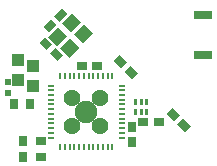
<source format=gtp>
G04 DipTrace 2.4.0.2*
%IN1dB-SBLE.gtp*%
%MOIN*%
%ADD20R,0.063X0.0315*%
%ADD21R,0.0354X0.0276*%
%ADD22R,0.0394X0.0433*%
%ADD23R,0.0276X0.0354*%
%ADD24R,0.0354X0.0295*%
%ADD27R,0.0295X0.0354*%
%ADD28R,0.0197X0.0236*%
%ADD29C,0.075*%
%ADD30C,0.0562*%
%ADD31O,0.0256X0.0079*%
%ADD32O,0.0079X0.0256*%
%FSLAX44Y44*%
G04*
G70*
G90*
G75*
G01*
%LNTopPaste*%
%LPD*%
D20*
X11010Y7928D3*
Y9266D3*
G36*
X9196Y6245D2*
X9097D1*
Y6462D1*
X9196D1*
Y6245D1*
G37*
G36*
X8999D2*
X8900D1*
Y6462D1*
X8999D1*
Y6245D1*
G37*
G36*
X8802D2*
X8703D1*
Y6462D1*
X8802D1*
Y6245D1*
G37*
G36*
Y5910D2*
X8703D1*
Y6127D1*
X8802D1*
Y5910D1*
G37*
G36*
X8999D2*
X8900D1*
Y6127D1*
X8999D1*
Y5910D1*
G37*
G36*
X9196D2*
X9097D1*
Y6127D1*
X9196D1*
Y5910D1*
G37*
G36*
X6245Y9035D2*
X6051Y9230D1*
X6301Y9480D1*
X6496Y9285D1*
X6245Y9035D1*
G37*
G36*
X5884Y8673D2*
X5689Y8868D1*
X5939Y9118D1*
X6134Y8924D1*
X5884Y8673D1*
G37*
G36*
X6360Y7915D2*
X6165Y7720D1*
X5914Y7970D1*
X6109Y8165D1*
X6360Y7915D1*
G37*
G36*
X5998Y8276D2*
X5803Y8082D1*
X5552Y8332D1*
X5747Y8527D1*
X5998Y8276D1*
G37*
D21*
X9025Y5680D3*
X9537D3*
D22*
X5348Y6895D3*
Y7564D3*
D21*
X7484Y7550D3*
X6972D3*
G36*
X8396Y7368D2*
X8591Y7563D1*
X8842Y7313D1*
X8647Y7118D1*
X8396Y7368D1*
G37*
G36*
X8034Y7730D2*
X8229Y7925D1*
X8480Y7675D1*
X8285Y7480D1*
X8034Y7730D1*
G37*
D23*
X8645Y5535D3*
Y5023D3*
X5007Y5041D3*
Y4529D3*
D22*
X4862Y7073D3*
Y7742D3*
D24*
X5612Y5058D3*
Y4507D3*
D27*
X5250Y6273D3*
X4699D3*
D28*
X4520Y6642D3*
Y7036D3*
G36*
X10241Y5913D2*
X10046Y5718D1*
X9795Y5969D1*
X9990Y6164D1*
X10241Y5913D1*
G37*
G36*
X10602Y5551D2*
X10408Y5356D1*
X10157Y5607D1*
X10352Y5802D1*
X10602Y5551D1*
G37*
D29*
X7124Y6033D3*
D30*
X6655Y6502D3*
X7593D3*
Y5565D3*
X6655D3*
D31*
X5933Y6900D3*
Y6742D3*
Y6585D3*
Y6427D3*
Y6270D3*
Y6112D3*
Y5955D3*
Y5797D3*
Y5640D3*
Y5482D3*
Y5325D3*
Y5167D3*
D32*
X6258Y4842D3*
X6415D3*
X6573D3*
X6730D3*
X6888D3*
X7045D3*
X7203D3*
X7360D3*
X7518D3*
X7675D3*
X7833D3*
X7990D3*
D31*
X8315Y5167D3*
Y5325D3*
Y5482D3*
Y5640D3*
Y5797D3*
Y5955D3*
Y6112D3*
Y6270D3*
Y6427D3*
Y6585D3*
Y6742D3*
Y6900D3*
D32*
X7990Y7224D3*
X7833D3*
X7675D3*
X7518D3*
X7360D3*
X7203D3*
X7045D3*
X6888D3*
X6730D3*
X6573D3*
X6415D3*
X6258D3*
G36*
X6961Y9028D2*
X6627Y8694D1*
X6321Y9000D1*
X6655Y9334D1*
X6961Y9028D1*
G37*
G36*
X6488Y8555D2*
X6154Y8220D1*
X5847Y8527D1*
X6181Y8861D1*
X6488Y8555D1*
G37*
G36*
X6877Y8165D2*
X6543Y7831D1*
X6237Y8137D1*
X6571Y8471D1*
X6877Y8165D1*
G37*
G36*
X7351Y8638D2*
X7017Y8304D1*
X6710Y8610D1*
X7044Y8944D1*
X7351Y8638D1*
G37*
M02*

</source>
